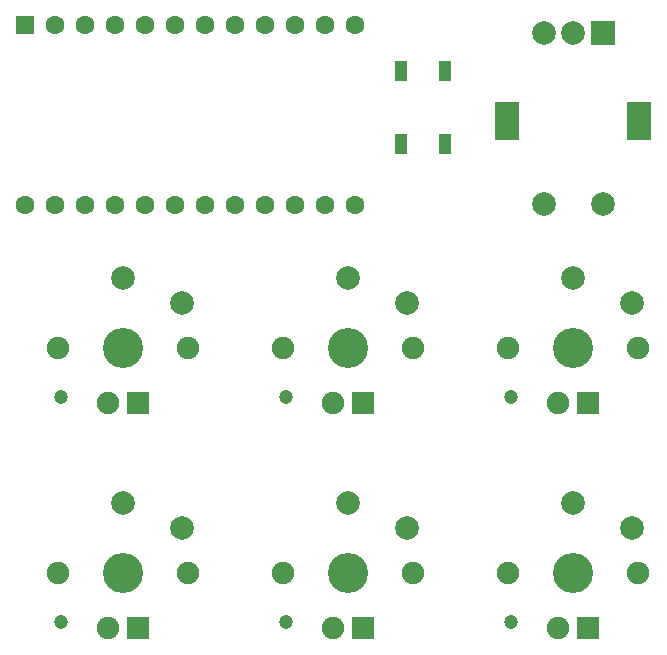
<source format=gbr>
%TF.GenerationSoftware,KiCad,Pcbnew,(5.1.10)-1*%
%TF.CreationDate,2022-07-13T10:10:06+10:00*%
%TF.ProjectId,6_key_lp_macropad,365f6b65-795f-46c7-905f-6d6163726f70,rev?*%
%TF.SameCoordinates,Original*%
%TF.FileFunction,Soldermask,Top*%
%TF.FilePolarity,Negative*%
%FSLAX46Y46*%
G04 Gerber Fmt 4.6, Leading zero omitted, Abs format (unit mm)*
G04 Created by KiCad (PCBNEW (5.1.10)-1) date 2022-07-13 10:10:06*
%MOMM*%
%LPD*%
G01*
G04 APERTURE LIST*
%ADD10R,1.905000X1.905000*%
%ADD11C,1.905000*%
%ADD12C,1.200000*%
%ADD13C,1.900000*%
%ADD14C,2.000000*%
%ADD15C,3.400000*%
%ADD16C,1.600000*%
%ADD17R,1.600000X1.600000*%
%ADD18R,1.100000X1.800000*%
%ADD19R,2.000000X2.000000*%
%ADD20R,2.000000X3.200000*%
G04 APERTURE END LIST*
D10*
%TO.C,MX1*%
X775970000Y27050000D03*
D11*
X773430000Y27050000D03*
D12*
X769480000Y27550000D03*
D13*
X780200000Y31750000D03*
X769200000Y31750000D03*
D14*
X779700000Y35550000D03*
D15*
X774700000Y31750000D03*
D14*
X774700000Y37650000D03*
%TD*%
D16*
%TO.C,U1*%
X766445000Y43815000D03*
X768985000Y43815000D03*
X771525000Y43815000D03*
X774065000Y43815000D03*
X776605000Y43815000D03*
X779145000Y43815000D03*
X781685000Y43815000D03*
X784225000Y43815000D03*
X786765000Y43815000D03*
X789305000Y43815000D03*
X791845000Y43815000D03*
X794385000Y43815000D03*
X794385000Y59055000D03*
X791845000Y59055000D03*
X789305000Y59055000D03*
X786765000Y59055000D03*
X784225000Y59055000D03*
X781685000Y59055000D03*
X779145000Y59055000D03*
X776605000Y59055000D03*
X774065000Y59055000D03*
X771525000Y59055000D03*
X768985000Y59055000D03*
D17*
X766445000Y59055000D03*
%TD*%
D10*
%TO.C,MX3*%
X795020000Y27050000D03*
D11*
X792480000Y27050000D03*
D12*
X788530000Y27550000D03*
D13*
X799250000Y31750000D03*
X788250000Y31750000D03*
D14*
X798750000Y35550000D03*
D15*
X793750000Y31750000D03*
D14*
X793750000Y37650000D03*
%TD*%
D18*
%TO.C,SW2*%
X801950000Y48970000D03*
X798250000Y55170000D03*
X798250000Y48970000D03*
X801950000Y55170000D03*
%TD*%
D19*
%TO.C,SW1*%
X815340000Y58420000D03*
D14*
X812840000Y58420000D03*
X810340000Y58420000D03*
D20*
X818440000Y50920000D03*
X807240000Y50920000D03*
D14*
X815340000Y43920000D03*
X810340000Y43920000D03*
%TD*%
D10*
%TO.C,MX6*%
X814070000Y8000000D03*
D11*
X811530000Y8000000D03*
D12*
X807580000Y8500000D03*
D13*
X818300000Y12700000D03*
X807300000Y12700000D03*
D14*
X817800000Y16500000D03*
D15*
X812800000Y12700000D03*
D14*
X812800000Y18600000D03*
%TD*%
D10*
%TO.C,MX5*%
X814070000Y27050000D03*
D11*
X811530000Y27050000D03*
D12*
X807580000Y27550000D03*
D13*
X818300000Y31750000D03*
X807300000Y31750000D03*
D14*
X817800000Y35550000D03*
D15*
X812800000Y31750000D03*
D14*
X812800000Y37650000D03*
%TD*%
D10*
%TO.C,MX4*%
X795020000Y8000000D03*
D11*
X792480000Y8000000D03*
D12*
X788530000Y8500000D03*
D13*
X799250000Y12700000D03*
X788250000Y12700000D03*
D14*
X798750000Y16500000D03*
D15*
X793750000Y12700000D03*
D14*
X793750000Y18600000D03*
%TD*%
D10*
%TO.C,MX2*%
X775970000Y8000000D03*
D11*
X773430000Y8000000D03*
D12*
X769480000Y8500000D03*
D13*
X780200000Y12700000D03*
X769200000Y12700000D03*
D14*
X779700000Y16500000D03*
D15*
X774700000Y12700000D03*
D14*
X774700000Y18600000D03*
%TD*%
M02*

</source>
